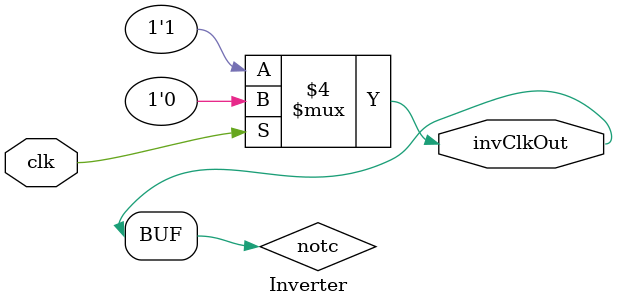
<source format=v>
`timescale 1ns / 1ps

module Inverter(
    input wire clk,
    output wire invClkOut
    );
    
    reg notc;
    
    initial begin
    	notc = 1;
    end
    
    always@(clk) begin
    	if (clk) begin
    		notc <= 0;
    	end else begin
    		notc <= 1;
    	end
    end
    
    assign invClkOut = notc;
//    assign invClkOut = ~clk;
endmodule

</source>
